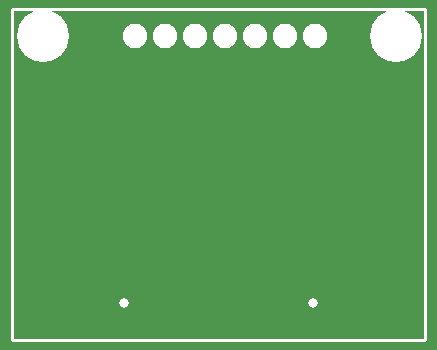
<source format=gts>
G04 EAGLE Gerber RS-274X export*
G75*
%MOMM*%
%FSLAX34Y34*%
%LPD*%
%INSoldermask Top*%
%IPNEG*%
%AMOC8*
5,1,8,0,0,1.08239X$1,22.5*%
G01*
%ADD10C,0.806400*%
%ADD11C,2.082800*%
%ADD12C,4.422400*%
%ADD13C,0.254000*%


D10*
X95009Y31427D03*
X255009Y31427D03*
D11*
X104450Y257337D03*
X129850Y257337D03*
X155250Y257337D03*
X180650Y257337D03*
X206050Y257337D03*
X231450Y257337D03*
X256850Y257337D03*
D12*
X25904Y257164D03*
X324982Y257164D03*
D13*
X0Y0D02*
X350000Y0D01*
X350000Y280000D01*
X0Y280000D01*
X0Y0D01*
M02*

</source>
